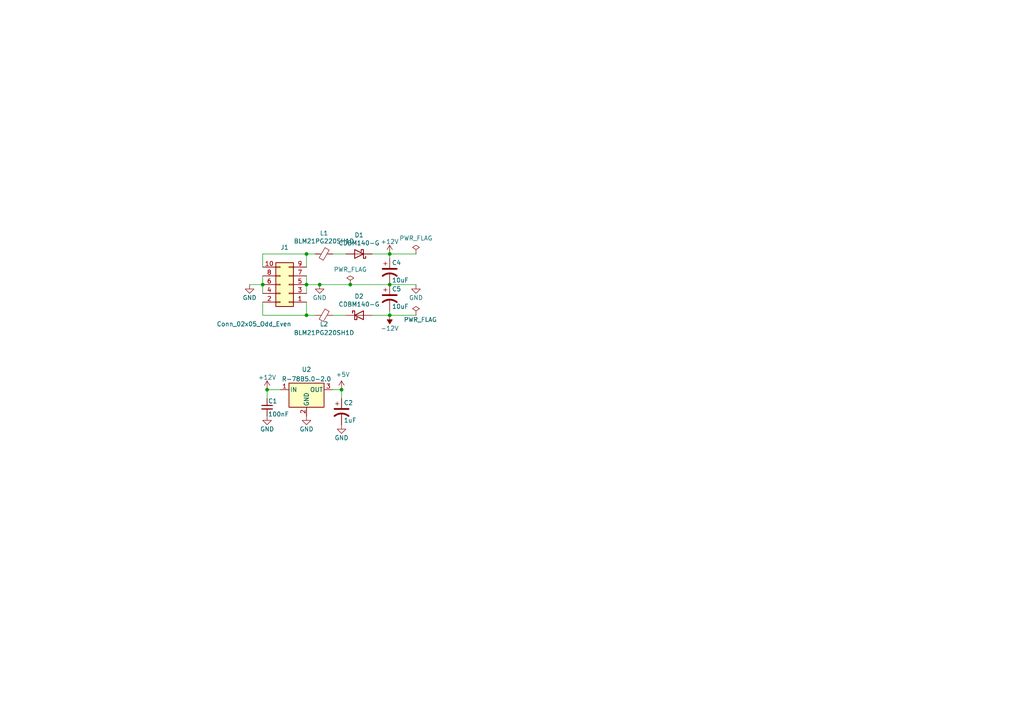
<source format=kicad_sch>
(kicad_sch (version 20211123) (generator eeschema)
  (paper "A4")
  (lib_symbols
    (symbol "Connector_Generic:Conn_02x05_Odd_Even" (pin_names (offset 1.016) hide)
      (property "Reference" "J" (at 1.27 7.62 0))
      (property "Value" "Conn_02x05_Odd_Even" (at 1.27 -7.62 0))
      (symbol "Conn_02x05_Odd_Even_1_1"
        (rectangle (start -1.27 -4.953) (end 0 -5.207) (stroke (width 0.1524)))
        (rectangle (start -1.27 -2.413) (end 0 -2.667) (stroke (width 0.1524)))
        (rectangle (start -1.27 0.127) (end 0 -0.127) (stroke (width 0.1524)))
        (rectangle (start -1.27 2.667) (end 0 2.413) (stroke (width 0.1524)))
        (rectangle (start -1.27 5.207) (end 0 4.953) (stroke (width 0.1524)))
        (rectangle (start -1.27 6.35) (end 3.81 -6.35) (stroke (width 0.254)) (fill (type background)))
        (rectangle (start 3.81 -4.953) (end 2.54 -5.207) (stroke (width 0.1524)))
        (rectangle (start 3.81 -2.413) (end 2.54 -2.667) (stroke (width 0.1524)))
        (rectangle (start 3.81 0.127) (end 2.54 -0.127) (stroke (width 0.1524)))
        (rectangle (start 3.81 2.667) (end 2.54 2.413) (stroke (width 0.1524)))
        (rectangle (start 3.81 5.207) (end 2.54 4.953) (stroke (width 0.1524)))
        (pin passive line (at -5.08 5.08 0) (length 3.81) (name "Pin_1") (number "1"))
        (pin passive line (at 7.62 -5.08 180) (length 3.81) (name "Pin_10") (number "10"))
        (pin passive line (at 7.62 5.08 180) (length 3.81) (name "Pin_2") (number "2"))
        (pin passive line (at -5.08 2.54 0) (length 3.81) (name "Pin_3") (number "3"))
        (pin passive line (at 7.62 2.54 180) (length 3.81) (name "Pin_4") (number "4"))
        (pin passive line (at -5.08 0 0) (length 3.81) (name "Pin_5") (number "5"))
        (pin passive line (at 7.62 0 180) (length 3.81) (name "Pin_6") (number "6"))
        (pin passive line (at -5.08 -2.54 0) (length 3.81) (name "Pin_7") (number "7"))
        (pin passive line (at 7.62 -2.54 180) (length 3.81) (name "Pin_8") (number "8"))
        (pin passive line (at -5.08 -5.08 0) (length 3.81) (name "Pin_9") (number "9"))
      )
    )
    (symbol "Device:C_Polarized_US" (pin_numbers hide) (pin_names (offset 0.254) hide)
      (property "Reference" "C" (at 0.635 2.54 0))
      (property "Value" "C_Polarized_US" (at 0.635 -2.54 0))
      (symbol "C_Polarized_US_0_1"
        (polyline (pts (xy -2.032 0.762) (xy 2.032 0.762)) (stroke (width 0.508)))
        (polyline (pts (xy -1.778 2.286) (xy -0.762 2.286)))
        (polyline (pts (xy -1.27 1.778) (xy -1.27 2.794)))
        (arc (start 2.032 -1.27) (mid 0 -0.5572) (end -2.032 -1.27) (stroke (width 0.508)))
      )
      (symbol "C_Polarized_US_1_1"
        (pin passive line (at 0 3.81 270) (length 2.794) (name "~") (number "1"))
        (pin passive line (at 0 -3.81 90) (length 3.302) (name "~") (number "2"))
      )
    )
    (symbol "Device:C_Small" (pin_numbers hide) (pin_names (offset 0.254) hide)
      (property "Reference" "C" (at 0.254 1.778 0))
      (property "Value" "C_Small" (at 0.254 -2.032 0))
      (symbol "C_Small_0_1"
        (polyline (pts (xy -1.524 -0.508) (xy 1.524 -0.508)) (stroke (width 0.3302)))
        (polyline (pts (xy -1.524 0.508) (xy 1.524 0.508)) (stroke (width 0.3048)))
      )
      (symbol "C_Small_1_1"
        (pin passive line (at 0 2.54 270) (length 2.032) (name "~") (number "1"))
        (pin passive line (at 0 -2.54 90) (length 2.032) (name "~") (number "2"))
      )
    )
    (symbol "Device:D_Schottky" (pin_numbers hide) (pin_names (offset 1.016) hide)
      (property "Reference" "D" (at 0 2.54 0))
      (property "Value" "D_Schottky" (at 0 -2.54 0))
      (symbol "D_Schottky_0_1"
        (polyline (pts (xy 1.27 0) (xy -1.27 0)))
        (polyline (pts (xy 1.27 1.27) (xy 1.27 -1.27) (xy -1.27 0) (xy 1.27 1.27)) (stroke (width 0.254)))
        (polyline (pts (xy -1.905 0.635) (xy -1.905 1.27) (xy -1.27 1.27) (xy -1.27 -1.27) (xy -0.635 -1.27) (xy -0.635 -0.635)) (stroke (width 0.254)))
      )
      (symbol "D_Schottky_1_1"
        (pin passive line (at -3.81 0 0) (length 2.54) (name "K") (number "1"))
        (pin passive line (at 3.81 0 180) (length 2.54) (name "A") (number "2"))
      )
    )
    (symbol "Device:FerriteBead_Small" (pin_numbers hide) (pin_names (offset 0))
      (property "Reference" "FB" (at 1.905 1.27 0))
      (property "Value" "FerriteBead_Small" (at 1.905 -1.27 0))
      (symbol "FerriteBead_Small_0_1"
        (polyline (pts (xy 0 -1.27) (xy 0 -0.7874)))
        (polyline (pts (xy 0 0.889) (xy 0 1.2954)))
        (polyline (pts (xy -1.8288 0.2794) (xy -1.1176 1.4986) (xy 1.8288 -0.2032) (xy 1.1176 -1.4224) (xy -1.8288 0.2794)))
      )
      (symbol "FerriteBead_Small_1_1"
        (pin passive line (at 0 2.54 270) (length 1.27) (name "~") (number "1"))
        (pin passive line (at 0 -2.54 90) (length 1.27) (name "~") (number "2"))
      )
    )
    (symbol "Regulator_Switching:R-78B5.0-2.0" (pin_names (offset 0.254))
      (property "Reference" "U" (at -3.81 3.175 0))
      (property "Value" "R-78B5.0-2.0" (at 0 3.175 0))
      (symbol "R-78B5.0-2.0_0_1"
        (rectangle (start -5.08 1.905) (end 5.08 -5.08) (stroke (width 0.254)) (fill (type background)))
      )
      (symbol "R-78B5.0-2.0_1_1"
        (pin power_in line (at -7.62 0 0) (length 2.54) (name "IN") (number "1"))
        (pin power_in line (at 0 -7.62 90) (length 2.54) (name "GND") (number "2"))
        (pin power_out line (at 7.62 0 180) (length 2.54) (name "OUT") (number "3"))
      )
    )
    (symbol "power:+12V" (power) (pin_names (offset 0))
      (property "Value" "+12V" (at 0 3.556 0))
      (symbol "+12V_0_1"
        (polyline (pts (xy -0.762 1.27) (xy 0 2.54)))
        (polyline (pts (xy 0 0) (xy 0 2.54)))
        (polyline (pts (xy 0 2.54) (xy 0.762 1.27)))
      )
      (symbol "+12V_1_1"
        (pin power_in line (at 0 0 90) (length 0) hide (name "+12V") (number "1"))
      )
    )
    (symbol "power:+5V" (power) (pin_names (offset 0))
      (property "Value" "+5V" (at 0 3.556 0))
      (symbol "+5V_0_1"
        (polyline (pts (xy -0.762 1.27) (xy 0 2.54)))
        (polyline (pts (xy 0 0) (xy 0 2.54)))
        (polyline (pts (xy 0 2.54) (xy 0.762 1.27)))
      )
      (symbol "+5V_1_1"
        (pin power_in line (at 0 0 90) (length 0) hide (name "+5V") (number "1"))
      )
    )
    (symbol "power:-12V" (power) (pin_names (offset 0))
      (property "Value" "-12V" (at 0 3.81 0))
      (symbol "-12V_0_0"
        (pin power_in line (at 0 0 90) (length 0) hide (name "-12V") (number "1"))
      )
      (symbol "-12V_0_1"
        (polyline (pts (xy 0 0) (xy 0 1.27) (xy 0.762 1.27) (xy 0 2.54) (xy -0.762 1.27) (xy 0 1.27)) (fill (type outline)))
      )
    )
    (symbol "power:GND" (power) (pin_names (offset 0))
      (property "Value" "GND" (at 0 -3.81 0))
      (symbol "GND_0_1"
        (polyline (pts (xy 0 0) (xy 0 -1.27) (xy 1.27 -1.27) (xy 0 -2.54) (xy -1.27 -1.27) (xy 0 -1.27)))
      )
      (symbol "GND_1_1"
        (pin power_in line (at 0 0 270) (length 0) hide (name "GND") (number "1"))
      )
    )
    (symbol "power:PWR_FLAG" (power) (pin_numbers hide) (pin_names (offset 0) hide)
      (property "Value" "PWR_FLAG" (at 0 3.81 0))
      (symbol "PWR_FLAG_0_0"
        (pin power_out line (at 0 0 90) (length 0) (name "pwr") (number "1"))
      )
      (symbol "PWR_FLAG_0_1"
        (polyline (pts (xy 0 0) (xy 0 1.27) (xy -1.016 1.905) (xy 0 2.54) (xy 1.016 1.905) (xy 0 1.27)))
      )
    )
  )
  (junction (at 113.03 73.66))
  (junction (at 101.6 82.55))
  (junction (at 113.03 91.44))
  (junction (at 99.06 113.03))
  (junction (at 88.9 82.55))
  (junction (at 88.9 91.44))
  (junction (at 92.71 82.55))
  (junction (at 76.2 82.55))
  (junction (at 77.47 113.03))
  (junction (at 113.03 82.55))
  (junction (at 88.9 73.66))
  (wire (pts (xy 81.28 113.03) (xy 77.47 113.03)))
  (wire (pts (xy 88.9 82.55) (xy 88.9 85.09)))
  (wire (pts (xy 113.03 73.66) (xy 113.03 74.93)))
  (wire (pts (xy 107.95 73.66) (xy 113.03 73.66)))
  (wire (pts (xy 72.39 82.55) (xy 76.2 82.55)))
  (wire (pts (xy 76.2 85.09) (xy 76.2 82.55)))
  (wire (pts (xy 96.52 113.03) (xy 99.06 113.03)))
  (wire (pts (xy 92.71 82.55) (xy 101.6 82.55)))
  (wire (pts (xy 88.9 91.44) (xy 88.9 87.63)))
  (wire (pts (xy 88.9 91.44) (xy 91.44 91.44)))
  (wire (pts (xy 76.2 77.47) (xy 76.2 73.66)))
  (wire (pts (xy 76.2 91.44) (xy 88.9 91.44)))
  (wire (pts (xy 88.9 73.66) (xy 88.9 77.47)))
  (wire (pts (xy 96.52 73.66) (xy 100.33 73.66)))
  (wire (pts (xy 113.03 90.17) (xy 113.03 91.44)))
  (wire (pts (xy 107.95 91.44) (xy 113.03 91.44)))
  (wire (pts (xy 120.65 91.44) (xy 113.03 91.44)))
  (wire (pts (xy 99.06 113.03) (xy 99.06 115.57)))
  (wire (pts (xy 113.03 73.66) (xy 120.65 73.66)))
  (wire (pts (xy 88.9 73.66) (xy 91.44 73.66)))
  (wire (pts (xy 96.52 91.44) (xy 100.33 91.44)))
  (wire (pts (xy 76.2 80.01) (xy 76.2 82.55)))
  (wire (pts (xy 101.6 82.55) (xy 113.03 82.55)))
  (wire (pts (xy 77.47 113.03) (xy 77.47 115.57)))
  (wire (pts (xy 76.2 87.63) (xy 76.2 91.44)))
  (wire (pts (xy 76.2 73.66) (xy 88.9 73.66)))
  (wire (pts (xy 88.9 80.01) (xy 88.9 82.55)))
  (wire (pts (xy 88.9 82.55) (xy 92.71 82.55)))
  (wire (pts (xy 113.03 82.55) (xy 120.65 82.55)))
  (symbol (lib_id "Device:C_Polarized_US") (at 113.03 78.74 0) (unit 1)
    (property "Reference" "C4" (at 113.665 76.2 0) (effects (justify left)))
    (property "Value" "10uF" (at 113.665 81.28 0) (effects (justify left)))
    (property "Footprint" "Capacitor_THT:CP_Radial_D5.0mm_P2.50mm" (effects hide))
  )
  (symbol (lib_id "Device:C_Polarized_US") (at 113.03 86.36 0) (unit 1)
    (property "Reference" "C5" (at 113.665 83.82 0) (effects (justify left)))
    (property "Value" "10uF" (at 113.665 88.9 0) (effects (justify left)))
    (property "Footprint" "Capacitor_THT:CP_Radial_D5.0mm_P2.50mm" (effects hide))
  )
  (symbol (lib_id "power:GND") (at 92.71 82.55 0) (unit 1)
    (property "Reference" "#PWR04" (effects hide))
    (property "Value" "GND" (at 92.71 86.36 0))
  )
  (symbol (lib_id "power:GND") (at 120.65 82.55 0) (unit 1)
    (property "Reference" "#PWR010" (effects hide))
    (property "Value" "GND" (at 120.65 86.36 0))
  )
  (symbol (lib_id "power:+12V") (at 113.03 73.66 0) (unit 1)
    (property "Reference" "#PWR07" (effects hide))
    (property "Value" "+12V" (at 113.03 70.104 0))
  )
  (symbol (lib_id "power:GND") (at 72.39 82.55 0) (unit 1)
    (property "Reference" "#PWR01" (effects hide))
    (property "Value" "GND" (at 72.39 86.36 0))
  )
  (symbol (lib_id "power:PWR_FLAG") (at 120.65 91.44 0) (unit 1)
    (property "Reference" "#FLG02" (effects hide))
    (property "Value" "PWR_FLAG" (at 121.92 92.71 0))
  )
  (symbol (lib_id "power:-12V") (at 113.03 91.44 180) (unit 1)
    (property "Reference" "#PWR08" (effects hide))
    (property "Value" "-12V" (at 113.03 95.25 0))
  )
  (symbol (lib_id "power:PWR_FLAG") (at 120.65 73.66 0) (unit 1)
    (property "Reference" "#FLG01" (effects hide))
    (property "Value" "PWR_FLAG" (at 120.65 69.088 0))
  )
  (symbol (lib_id "Device:D_Schottky") (at 104.14 73.66 180) (unit 1)
    (property "Reference" "D1" (at 104.14 68.1736 0))
    (property "Value" "CDBM140-G" (at 104.14 70.485 0))
    (property "Footprint" "Diode_SMD:D_SMA-SMB_Universal_Handsoldering" (effects hide))
  )
  (symbol (lib_id "Device:D_Schottky") (at 104.14 91.44 0) (unit 1)
    (property "Reference" "D2" (at 104.14 85.9536 0))
    (property "Value" "CDBM140-G" (at 104.14 88.265 0))
    (property "Footprint" "Diode_SMD:D_SMA-SMB_Universal_Handsoldering" (effects hide))
  )
  (symbol (lib_id "Device:FerriteBead_Small") (at 93.98 73.66 270) (unit 1)
    (property "Reference" "L1" (at 93.98 67.6402 90))
    (property "Value" "BLM21PG220SH1D" (at 93.98 69.9516 90))
    (property "Footprint" "Inductor_SMD:L_0805_2012Metric_Pad1.15x1.40mm_HandSolder" (effects hide))
  )
  (symbol (lib_id "Device:FerriteBead_Small") (at 93.98 91.44 270) (unit 1)
    (property "Reference" "L2" (at 93.98 93.98 90))
    (property "Value" "BLM21PG220SH1D" (at 93.98 96.52 90))
    (property "Footprint" "Inductor_SMD:L_0805_2012Metric_Pad1.15x1.40mm_HandSolder" (effects hide))
  )
  (symbol (lib_id "Connector_Generic:Conn_02x05_Odd_Even") (at 83.82 82.55 180) (unit 1)
    (property "Reference" "J1" (at 82.55 71.755 0))
    (property "Value" "Conn_02x05_Odd_Even" (at 73.66 93.98 0))
    (property "Footprint" "Connector_IDC:IDC-Header_2x05_P2.54mm_Vertical" (effects hide))
  )
  (symbol (lib_id "Device:C_Small") (at 77.47 118.11 0) (unit 1)
    (property "Reference" "C1" (at 77.724 116.332 0) (effects (justify left)))
    (property "Value" "100nF" (at 77.724 120.142 0) (effects (justify left)))
    (property "Footprint" "Capacitor_SMD:C_0805_2012Metric_Pad1.15x1.40mm_HandSolder" (effects hide))
  )
  (symbol (lib_id "power:GND") (at 88.9 120.65 0) (unit 1)
    (property "Reference" "#PWR085" (effects hide))
    (property "Value" "GND" (at 88.9 124.46 0))
  )
  (symbol (lib_id "power:GND") (at 77.47 120.65 0) (unit 1)
    (property "Reference" "#PWR084" (effects hide))
    (property "Value" "GND" (at 77.47 124.46 0))
  )
  (symbol (lib_id "power:GND") (at 99.06 123.19 0) (unit 1)
    (property "Reference" "#PWR087" (effects hide))
    (property "Value" "GND" (at 99.06 127 0))
  )
  (symbol (lib_id "power:+12V") (at 77.47 113.03 0) (unit 1)
    (property "Reference" "#PWR083" (effects hide))
    (property "Value" "+12V" (at 77.47 109.474 0))
  )
  (symbol (lib_id "power:+5V") (at 99.06 113.03 0) (unit 1)
    (property "Reference" "#PWR086" (effects hide))
    (property "Value" "+5V" (at 99.441 108.6358 0))
  )
  (symbol (lib_id "Device:C_Polarized_US") (at 99.06 119.38 0) (unit 1)
    (property "Reference" "C2" (at 99.695 116.84 0) (effects (justify left)))
    (property "Value" "1uF" (at 99.695 121.92 0) (effects (justify left)))
    (property "Footprint" "Capacitor_THT:CP_Radial_D5.0mm_P2.50mm" (effects hide))
  )
  (symbol (lib_id "power:PWR_FLAG") (at 101.6 82.55 0) (unit 1)
    (property "Reference" "#FLG0101" (effects hide))
    (property "Value" "PWR_FLAG" (at 101.6 78.1558 0))
  )
  (symbol (lib_id "Regulator_Switching:R-78B5.0-2.0") (at 88.9 113.03 0) (unit 1)
    (property "Reference" "U2" (at 88.9 107.1585 0))
    (property "Value" "R-78B5.0-2.0" (at 88.9 109.9336 0))
    (property "Footprint" "Converter_DCDC:Converter_DCDC_RECOM_R-78B-2.0_THT" (effects hide))
    (property "Datasheet" "https://www.recom-power.com/pdf/Innoline/R-78Bxx-2.0.pdf" (effects hide))
  )
)
</source>
